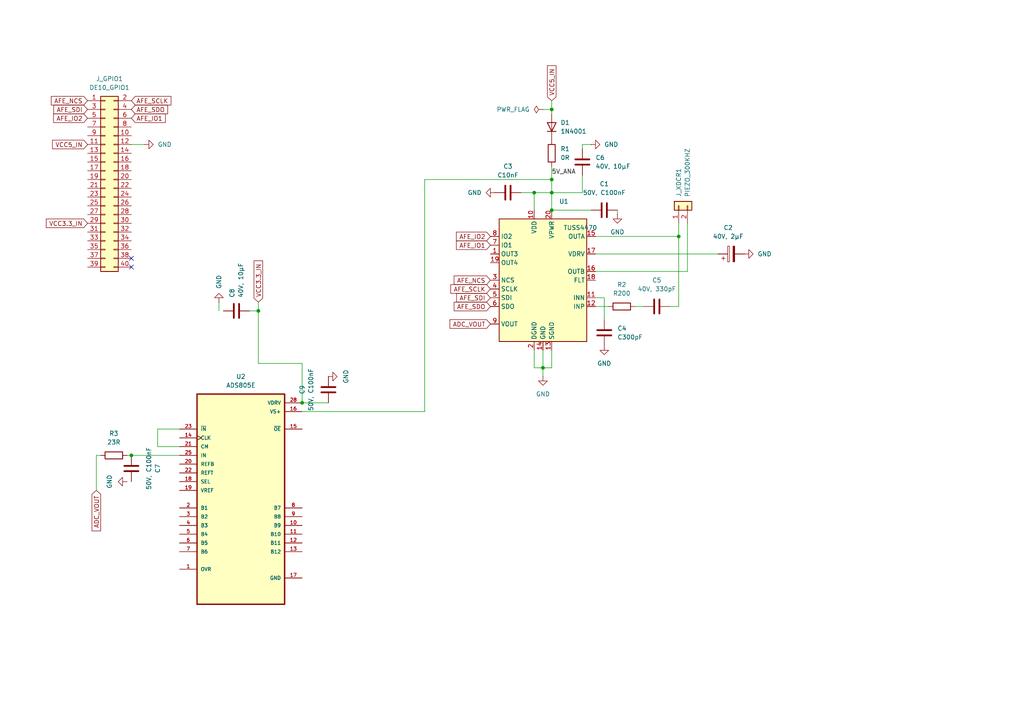
<source format=kicad_sch>
(kicad_sch (version 20250114) (generator "eeschema") (generator_version "9.0")
  (paper "A4")
  (lib_symbols
    (symbol "ADS805E:ADS805E" (pin_names (offset 1.016))
      (property "Reference" "U" (at -12.7 31.48 0))
      (property "Value" "ADS805E" (at -12.7 -34.48 0))
      (symbol "ADS805E_0_0"
        (rectangle (start -12.7 -30.48) (end 12.7 30.48) (stroke (width 0.41)) (fill (type background)))
        (pin input line (at -17.78 20.32 0) (length 5.08) (name "~{IN}") (number "23"))
        (pin input clock (at -17.78 17.78 0) (length 5.08) (name "CLK") (number "14"))
        (pin input line (at -17.78 15.24 0) (length 5.08) (name "CM") (number "21"))
        (pin input line (at -17.78 12.7 0) (length 5.08) (name "IN") (number "25"))
        (pin input line (at -17.78 10.16 0) (length 5.08) (name "REFB") (number "20"))
        (pin input line (at -17.78 7.62 0) (length 5.08) (name "REFT") (number "22"))
        (pin input line (at -17.78 5.08 0) (length 5.08) (name "SEL") (number "18"))
        (pin input line (at -17.78 2.54 0) (length 5.08) (name "VREF") (number "19"))
        (pin bidirectional line (at -17.78 -2.54 0) (length 5.08) (name "B1") (number "2"))
        (pin bidirectional line (at -17.78 -5.08 0) (length 5.08) (name "B2") (number "3"))
        (pin bidirectional line (at -17.78 -7.62 0) (length 5.08) (name "B3") (number "4"))
        (pin bidirectional line (at -17.78 -10.16 0) (length 5.08) (name "B4") (number "5"))
        (pin bidirectional line (at -17.78 -12.7 0) (length 5.08) (name "B5") (number "6"))
        (pin bidirectional line (at -17.78 -15.24 0) (length 5.08) (name "B6") (number "7"))
        (pin bidirectional line (at -17.78 -20.32 0) (length 5.08) (name "OVR") (number "1"))
        (pin power_in line (at 17.78 27.94 180) (length 5.08) (name "VDRV") (number "28"))
        (pin power_in line (at 17.78 25.4 180) (length 5.08) (name "VS+") (number "16"))
        (pin power_in line (at 17.78 25.4 180) (length 5.08) (hide yes) (name "VS+") (number "27"))
        (pin output line (at 17.78 20.32 180) (length 5.08) (name "~{OE}") (number "15"))
        (pin bidirectional line (at 17.78 -2.54 180) (length 5.08) (name "B7") (number "8"))
        (pin bidirectional line (at 17.78 -5.08 180) (length 5.08) (name "B8") (number "9"))
        (pin bidirectional line (at 17.78 -7.62 180) (length 5.08) (name "B9") (number "10"))
        (pin bidirectional line (at 17.78 -10.16 180) (length 5.08) (name "B10") (number "11"))
        (pin bidirectional line (at 17.78 -12.7 180) (length 5.08) (name "B11") (number "12"))
        (pin bidirectional line (at 17.78 -15.24 180) (length 5.08) (name "B12") (number "13"))
        (pin power_in line (at 17.78 -22.86 180) (length 5.08) (name "GND") (number "17"))
        (pin power_in line (at 17.78 -22.86 180) (length 5.08) (hide yes) (name "GND") (number "24"))
        (pin power_in line (at 17.78 -22.86 180) (length 5.08) (hide yes) (name "GND") (number "26"))
      )
    )
    (symbol "Connector_Generic:Conn_01x02" (pin_names (offset 1.016) (hide yes))
      (property "Reference" "J" (at 0 2.54 0))
      (property "Value" "Conn_01x02" (at 0 -5.08 0))
      (symbol "Conn_01x02_1_1"
        (rectangle (start -1.27 1.27) (end 1.27 -3.81) (stroke (width 0.254)) (fill (type background)))
        (rectangle (start -1.27 0.127) (end 0 -0.127) (stroke (width 0.1524)))
        (rectangle (start -1.27 -2.413) (end 0 -2.667) (stroke (width 0.1524)))
        (pin passive line (at -5.08 0 0) (length 3.81) (name "Pin_1") (number "1"))
        (pin passive line (at -5.08 -2.54 0) (length 3.81) (name "Pin_2") (number "2"))
      )
    )
    (symbol "Connector_Generic:Conn_02x20_Odd_Even" (pin_names (offset 1.016) (hide yes))
      (property "Reference" "J" (at 1.27 25.4 0))
      (property "Value" "Conn_02x20_Odd_Even" (at 1.27 -27.94 0))
      (symbol "Conn_02x20_Odd_Even_1_1"
        (rectangle (start -1.27 24.13) (end 3.81 -26.67) (stroke (width 0.254)) (fill (type background)))
        (rectangle (start -1.27 22.987) (end 0 22.733) (stroke (width 0.1524)))
        (rectangle (start -1.27 20.447) (end 0 20.193) (stroke (width 0.1524)))
        (rectangle (start -1.27 17.907) (end 0 17.653) (stroke (width 0.1524)))
        (rectangle (start -1.27 15.367) (end 0 15.113) (stroke (width 0.1524)))
        (rectangle (start -1.27 12.827) (end 0 12.573) (stroke (width 0.1524)))
        (rectangle (start -1.27 10.287) (end 0 10.033) (stroke (width 0.1524)))
        (rectangle (start -1.27 7.747) (end 0 7.493) (stroke (width 0.1524)))
        (rectangle (start -1.27 5.207) (end 0 4.953) (stroke (width 0.1524)))
        (rectangle (start -1.27 2.667) (end 0 2.413) (stroke (width 0.1524)))
        (rectangle (start -1.27 0.127) (end 0 -0.127) (stroke (width 0.1524)))
        (rectangle (start -1.27 -2.413) (end 0 -2.667) (stroke (width 0.1524)))
        (rectangle (start -1.27 -4.953) (end 0 -5.207) (stroke (width 0.1524)))
        (rectangle (start -1.27 -7.493) (end 0 -7.747) (stroke (width 0.1524)))
        (rectangle (start -1.27 -10.033) (end 0 -10.287) (stroke (width 0.1524)))
        (rectangle (start -1.27 -12.573) (end 0 -12.827) (stroke (width 0.1524)))
        (rectangle (start -1.27 -15.113) (end 0 -15.367) (stroke (width 0.1524)))
        (rectangle (start -1.27 -17.653) (end 0 -17.907) (stroke (width 0.1524)))
        (rectangle (start -1.27 -20.193) (end 0 -20.447) (stroke (width 0.1524)))
        (rectangle (start -1.27 -22.733) (end 0 -22.987) (stroke (width 0.1524)))
        (rectangle (start -1.27 -25.273) (end 0 -25.527) (stroke (width 0.1524)))
        (rectangle (start 3.81 22.987) (end 2.54 22.733) (stroke (width 0.1524)))
        (rectangle (start 3.81 20.447) (end 2.54 20.193) (stroke (width 0.1524)))
        (rectangle (start 3.81 17.907) (end 2.54 17.653) (stroke (width 0.1524)))
        (rectangle (start 3.81 15.367) (end 2.54 15.113) (stroke (width 0.1524)))
        (rectangle (start 3.81 12.827) (end 2.54 12.573) (stroke (width 0.1524)))
        (rectangle (start 3.81 10.287) (end 2.54 10.033) (stroke (width 0.1524)))
        (rectangle (start 3.81 7.747) (end 2.54 7.493) (stroke (width 0.1524)))
        (rectangle (start 3.81 5.207) (end 2.54 4.953) (stroke (width 0.1524)))
        (rectangle (start 3.81 2.667) (end 2.54 2.413) (stroke (width 0.1524)))
        (rectangle (start 3.81 0.127) (end 2.54 -0.127) (stroke (width 0.1524)))
        (rectangle (start 3.81 -2.413) (end 2.54 -2.667) (stroke (width 0.1524)))
        (rectangle (start 3.81 -4.953) (end 2.54 -5.207) (stroke (width 0.1524)))
        (rectangle (start 3.81 -7.493) (end 2.54 -7.747) (stroke (width 0.1524)))
        (rectangle (start 3.81 -10.033) (end 2.54 -10.287) (stroke (width 0.1524)))
        (rectangle (start 3.81 -12.573) (end 2.54 -12.827) (stroke (width 0.1524)))
        (rectangle (start 3.81 -15.113) (end 2.54 -15.367) (stroke (width 0.1524)))
        (rectangle (start 3.81 -17.653) (end 2.54 -17.907) (stroke (width 0.1524)))
        (rectangle (start 3.81 -20.193) (end 2.54 -20.447) (stroke (width 0.1524)))
        (rectangle (start 3.81 -22.733) (end 2.54 -22.987) (stroke (width 0.1524)))
        (rectangle (start 3.81 -25.273) (end 2.54 -25.527) (stroke (width 0.1524)))
        (pin passive line (at -5.08 22.86 0) (length 3.81) (name "Pin_1") (number "1"))
        (pin passive line (at -5.08 20.32 0) (length 3.81) (name "Pin_3") (number "3"))
        (pin passive line (at -5.08 17.78 0) (length 3.81) (name "Pin_5") (number "5"))
        (pin passive line (at -5.08 15.24 0) (length 3.81) (name "Pin_7") (number "7"))
        (pin passive line (at -5.08 12.7 0) (length 3.81) (name "Pin_9") (number "9"))
        (pin passive line (at -5.08 10.16 0) (length 3.81) (name "Pin_11") (number "11"))
        (pin passive line (at -5.08 7.62 0) (length 3.81) (name "Pin_13") (number "13"))
        (pin passive line (at -5.08 5.08 0) (length 3.81) (name "Pin_15") (number "15"))
        (pin passive line (at -5.08 2.54 0) (length 3.81) (name "Pin_17") (number "17"))
        (pin passive line (at -5.08 0 0) (length 3.81) (name "Pin_19") (number "19"))
        (pin passive line (at -5.08 -2.54 0) (length 3.81) (name "Pin_21") (number "21"))
        (pin passive line (at -5.08 -5.08 0) (length 3.81) (name "Pin_23") (number "23"))
        (pin passive line (at -5.08 -7.62 0) (length 3.81) (name "Pin_25") (number "25"))
        (pin passive line (at -5.08 -10.16 0) (length 3.81) (name "Pin_27") (number "27"))
        (pin passive line (at -5.08 -12.7 0) (length 3.81) (name "Pin_29") (number "29"))
        (pin passive line (at -5.08 -15.24 0) (length 3.81) (name "Pin_31") (number "31"))
        (pin passive line (at -5.08 -17.78 0) (length 3.81) (name "Pin_33") (number "33"))
        (pin passive line (at -5.08 -20.32 0) (length 3.81) (name "Pin_35") (number "35"))
        (pin passive line (at -5.08 -22.86 0) (length 3.81) (name "Pin_37") (number "37"))
        (pin passive line (at -5.08 -25.4 0) (length 3.81) (name "Pin_39") (number "39"))
        (pin passive line (at 7.62 22.86 180) (length 3.81) (name "Pin_2") (number "2"))
        (pin passive line (at 7.62 20.32 180) (length 3.81) (name "Pin_4") (number "4"))
        (pin passive line (at 7.62 17.78 180) (length 3.81) (name "Pin_6") (number "6"))
        (pin passive line (at 7.62 15.24 180) (length 3.81) (name "Pin_8") (number "8"))
        (pin passive line (at 7.62 12.7 180) (length 3.81) (name "Pin_10") (number "10"))
        (pin passive line (at 7.62 10.16 180) (length 3.81) (name "Pin_12") (number "12"))
        (pin passive line (at 7.62 7.62 180) (length 3.81) (name "Pin_14") (number "14"))
        (pin passive line (at 7.62 5.08 180) (length 3.81) (name "Pin_16") (number "16"))
        (pin passive line (at 7.62 2.54 180) (length 3.81) (name "Pin_18") (number "18"))
        (pin passive line (at 7.62 0 180) (length 3.81) (name "Pin_20") (number "20"))
        (pin passive line (at 7.62 -2.54 180) (length 3.81) (name "Pin_22") (number "22"))
        (pin passive line (at 7.62 -5.08 180) (length 3.81) (name "Pin_24") (number "24"))
        (pin passive line (at 7.62 -7.62 180) (length 3.81) (name "Pin_26") (number "26"))
        (pin passive line (at 7.62 -10.16 180) (length 3.81) (name "Pin_28") (number "28"))
        (pin passive line (at 7.62 -12.7 180) (length 3.81) (name "Pin_30") (number "30"))
        (pin passive line (at 7.62 -15.24 180) (length 3.81) (name "Pin_32") (number "32"))
        (pin passive line (at 7.62 -17.78 180) (length 3.81) (name "Pin_34") (number "34"))
        (pin passive line (at 7.62 -20.32 180) (length 3.81) (name "Pin_36") (number "36"))
        (pin passive line (at 7.62 -22.86 180) (length 3.81) (name "Pin_38") (number "38"))
        (pin passive line (at 7.62 -25.4 180) (length 3.81) (name "Pin_40") (number "40"))
      )
    )
    (symbol "Device:C" (pin_numbers (hide yes)) (pin_names (offset 0.254))
      (property "Reference" "C" (at 0.635 2.54 0))
      (property "Value" "C" (at 0.635 -2.54 0))
      (symbol "C_0_1"
        (polyline (pts (xy -2.032 0.762) (xy 2.032 0.762)) (stroke (width 0.508)))
        (polyline (pts (xy -2.032 -0.762) (xy 2.032 -0.762)) (stroke (width 0.508)))
      )
      (symbol "C_1_1"
        (pin passive line (at 0 3.81 270) (length 2.794) (name "~") (number "1"))
        (pin passive line (at 0 -3.81 90) (length 2.794) (name "~") (number "2"))
      )
    )
    (symbol "Device:C_Polarized" (pin_numbers (hide yes)) (pin_names (offset 0.254))
      (property "Reference" "C" (at 0.635 2.54 0))
      (property "Value" "C_Polarized" (at 0.635 -2.54 0))
      (symbol "C_Polarized_0_1"
        (rectangle (start -2.286 0.508) (end 2.286 1.016))
        (polyline (pts (xy -1.778 2.286) (xy -0.762 2.286)))
        (polyline (pts (xy -1.27 2.794) (xy -1.27 1.778)))
        (rectangle (start 2.286 -0.508) (end -2.286 -1.016) (fill (type outline)))
      )
      (symbol "C_Polarized_1_1"
        (pin passive line (at 0 3.81 270) (length 2.794) (name "~") (number "1"))
        (pin passive line (at 0 -3.81 90) (length 2.794) (name "~") (number "2"))
      )
    )
    (symbol "Device:R" (pin_numbers (hide yes)) (pin_names (offset 0))
      (property "Reference" "R" (at 2.032 0 90))
      (property "Value" "R" (at 0 0 90))
      (symbol "R_0_1"
        (rectangle (start -1.016 -2.54) (end 1.016 2.54) (stroke (width 0.254)))
      )
      (symbol "R_1_1"
        (pin passive line (at 0 3.81 270) (length 1.27) (name "~") (number "1"))
        (pin passive line (at 0 -3.81 90) (length 1.27) (name "~") (number "2"))
      )
    )
    (symbol "Diode:1N4001" (pin_numbers (hide yes)) (pin_names (hide yes))
      (property "Reference" "D" (at 0 2.54 0))
      (property "Value" "1N4001" (at 0 -2.54 0))
      (symbol "1N4001_0_1"
        (polyline (pts (xy -1.27 1.27) (xy -1.27 -1.27)) (stroke (width 0.254)))
        (polyline (pts (xy 1.27 1.27) (xy 1.27 -1.27) (xy -1.27 0) (xy 1.27 1.27)) (stroke (width 0.254)))
        (polyline (pts (xy 1.27 0) (xy -1.27 0)))
      )
      (symbol "1N4001_1_1"
        (pin passive line (at -3.81 0 0) (length 2.54) (name "K") (number "1"))
        (pin passive line (at 3.81 0 180) (length 2.54) (name "A") (number "2"))
      )
    )
    (symbol "TUSS4470:TUSS4470"
      (property "Reference" "U" (at 8.89 25.4 0))
      (property "Value" "TUSS4470" (at 10.16 22.352 0))
      (symbol "TUSS4470_1_1"
        (rectangle (start -12.7 20.32) (end 12.7 -15.24) (stroke (width 0.254)) (fill (type background)))
        (pin input line (at -15.24 15.24 0) (length 2.54) (name "IO2") (number "8"))
        (pin input line (at -15.24 12.7 0) (length 2.54) (name "IO1") (number "7"))
        (pin output line (at -15.24 10.16 0) (length 2.54) (name "OUT3") (number "1"))
        (pin output line (at -15.24 7.62 0) (length 2.54) (name "OUT4") (number "19"))
        (pin input line (at -15.24 2.54 0) (length 2.54) (name "NCS") (number "3"))
        (pin input line (at -15.24 0 0) (length 2.54) (name "SCLK") (number "4"))
        (pin input line (at -15.24 -2.54 0) (length 2.54) (name "SDI") (number "5"))
        (pin output line (at -15.24 -5.08 0) (length 2.54) (name "SDO") (number "6"))
        (pin output line (at -15.24 -10.16 0) (length 2.54) (name "VOUT") (number "9"))
        (pin power_in line (at -2.54 22.86 270) (length 2.54) (name "VDD") (number "10"))
        (pin power_in line (at -2.54 -17.78 90) (length 2.54) (name "DGND") (number "2"))
        (pin power_in line (at 0 -17.78 90) (length 2.54) (name "GND") (number "14"))
        (pin power_in line (at 2.54 22.86 270) (length 2.54) (name "VPWR") (number "20"))
        (pin power_in line (at 2.54 -17.78 90) (length 2.54) (name "SGND") (number "13"))
        (pin output line (at 15.24 15.24 180) (length 2.54) (name "OUTA") (number "15"))
        (pin power_in line (at 15.24 10.16 180) (length 2.54) (name "VDRV") (number "17"))
        (pin output line (at 15.24 5.08 180) (length 2.54) (name "OUTB") (number "16"))
        (pin bidirectional line (at 15.24 2.54 180) (length 2.54) (name "FLT") (number "18"))
        (pin input line (at 15.24 -2.54 180) (length 2.54) (name "INN") (number "11"))
        (pin input line (at 15.24 -5.08 180) (length 2.54) (name "INP") (number "12"))
      )
    )
    (symbol "power:GND" (power) (pin_numbers (hide yes)) (pin_names (offset 0) (hide yes))
      (property "Value" "GND" (at 0 -3.81 0))
      (symbol "GND_0_1"
        (polyline (pts (xy 0 0) (xy 0 -1.27) (xy 1.27 -1.27) (xy 0 -2.54) (xy -1.27 -1.27) (xy 0 -1.27)))
      )
      (symbol "GND_1_1"
        (pin power_in line (at 0 0 270) (length 0) (name "~") (number "1"))
      )
    )
    (symbol "power:PWR_FLAG" (power) (pin_numbers (hide yes)) (pin_names (offset 0) (hide yes))
      (property "Value" "PWR_FLAG" (at 0 3.81 0))
      (symbol "PWR_FLAG_0_0"
        (pin power_out line (at 0 0 90) (length 0) (name "~") (number "1"))
      )
      (symbol "PWR_FLAG_0_1"
        (polyline (pts (xy 0 0) (xy 0 1.27) (xy -1.016 1.905) (xy 0 2.54) (xy 1.016 1.905) (xy 0 1.27)))
      )
    )
  )
  (junction (at 154.94 55.88))
  (junction (at 74.93 90.17))
  (junction (at 196.85 68.58))
  (junction (at 160.02 60.96))
  (junction (at 87.63 116.84))
  (junction (at 157.48 106.68))
  (junction (at 160.02 31.75))
  (junction (at 38.1 132.08))
  (junction (at 160.02 52.07))
  (junction (at 160.02 55.88))
  (no_connect (at 38.1 77.47))
  (no_connect (at 38.1 74.93))
  (wire (pts (xy 194.31 88.9) (xy 196.85 88.9)))
  (wire (pts (xy 36.83 132.08) (xy 38.1 132.08)))
  (wire (pts (xy 87.63 116.84) (xy 95.25 116.84)))
  (wire (pts (xy 160.02 60.96) (xy 160.02 55.88)))
  (wire (pts (xy 123.19 52.07) (xy 123.19 119.38)))
  (wire (pts (xy 160.02 52.07) (xy 160.02 55.88)))
  (wire (pts (xy 172.72 68.58) (xy 196.85 68.58)))
  (wire (pts (xy 179.07 62.23) (xy 179.07 60.96)))
  (wire (pts (xy 196.85 68.58) (xy 196.85 88.9)))
  (wire (pts (xy 157.48 106.68) (xy 157.48 109.22)))
  (wire (pts (xy 172.72 73.66) (xy 208.28 73.66)))
  (wire (pts (xy 154.94 106.68) (xy 157.48 106.68)))
  (wire (pts (xy 160.02 29.21) (xy 160.02 31.75)))
  (wire (pts (xy 87.63 105.41) (xy 87.63 116.84)))
  (wire (pts (xy 184.15 88.9) (xy 186.69 88.9)))
  (wire (pts (xy 123.19 119.38) (xy 87.63 119.38)))
  (wire (pts (xy 199.39 64.77) (xy 199.39 78.74)))
  (wire (pts (xy 87.63 105.41) (xy 74.93 105.41)))
  (wire (pts (xy 160.02 48.26) (xy 160.02 52.07)))
  (wire (pts (xy 38.1 41.91) (xy 41.91 41.91)))
  (wire (pts (xy 157.48 31.75) (xy 160.02 31.75)))
  (wire (pts (xy 196.85 64.77) (xy 196.85 68.58)))
  (wire (pts (xy 63.5 90.17) (xy 63.5 87.63)))
  (wire (pts (xy 160.02 55.88) (xy 168.91 55.88)))
  (wire (pts (xy 38.1 132.08) (xy 52.07 132.08)))
  (wire (pts (xy 160.02 52.07) (xy 123.19 52.07)))
  (wire (pts (xy 168.91 43.18) (xy 168.91 41.91)))
  (wire (pts (xy 151.13 55.88) (xy 154.94 55.88)))
  (wire (pts (xy 160.02 60.96) (xy 171.45 60.96)))
  (wire (pts (xy 160.02 55.88) (xy 154.94 55.88)))
  (wire (pts (xy 52.07 124.46) (xy 45.72 124.46)))
  (wire (pts (xy 72.39 90.17) (xy 74.93 90.17)))
  (wire (pts (xy 157.48 101.6) (xy 157.48 106.68)))
  (wire (pts (xy 45.72 124.46) (xy 45.72 129.54)))
  (wire (pts (xy 154.94 55.88) (xy 154.94 60.96)))
  (wire (pts (xy 74.93 87.63) (xy 74.93 90.17)))
  (wire (pts (xy 168.91 55.88) (xy 168.91 50.8)))
  (wire (pts (xy 168.91 41.91) (xy 171.45 41.91)))
  (wire (pts (xy 160.02 31.75) (xy 160.02 33.02)))
  (wire (pts (xy 157.48 106.68) (xy 160.02 106.68)))
  (wire (pts (xy 172.72 78.74) (xy 199.39 78.74)))
  (wire (pts (xy 27.94 142.24) (xy 27.94 132.08)))
  (wire (pts (xy 172.72 88.9) (xy 176.53 88.9)))
  (wire (pts (xy 45.72 129.54) (xy 52.07 129.54)))
  (wire (pts (xy 74.93 90.17) (xy 74.93 105.41)))
  (wire (pts (xy 172.72 86.36) (xy 175.26 86.36)))
  (wire (pts (xy 154.94 101.6) (xy 154.94 106.68)))
  (wire (pts (xy 160.02 101.6) (xy 160.02 106.68)))
  (wire (pts (xy 27.94 132.08) (xy 29.21 132.08)))
  (wire (pts (xy 175.26 86.36) (xy 175.26 92.71)))
  (label "5V_ANA" (at 160.02 50.8 0))
  (global_label "AFE_SDO" (shape input) (at 38.1 31.75 0) (property "Intersheetrefs" "${INTERSHEET_REFS}" (effects (hide yes))))
  (global_label "AFE_SCLK" (shape input) (at 142.24 83.82 180) (property "Intersheetrefs" "${INTERSHEET_REFS}" (effects (hide yes))))
  (global_label "AFE_IO2" (shape input) (at 142.24 68.58 180) (property "Intersheetrefs" "${INTERSHEET_REFS}" (effects (hide yes))))
  (global_label "AFE_NCS" (shape input) (at 25.4 29.21 180) (property "Intersheetrefs" "${INTERSHEET_REFS}" (effects (hide yes))))
  (global_label "ADC_VOUT" (shape input) (at 142.24 93.98 180) (property "Intersheetrefs" "${INTERSHEET_REFS}" (effects (hide yes))))
  (global_label "AFE_IO1" (shape input) (at 142.24 71.12 180) (property "Intersheetrefs" "${INTERSHEET_REFS}" (effects (hide yes))))
  (global_label "VCC3.3_IN" (shape input) (at 74.93 87.63 90) (property "Intersheetrefs" "${INTERSHEET_REFS}" (effects (hide yes))))
  (global_label "AFE_SCLK" (shape input) (at 38.1 29.21 0) (property "Intersheetrefs" "${INTERSHEET_REFS}" (effects (hide yes))))
  (global_label "AFE_IO2" (shape input) (at 25.4 34.29 180) (property "Intersheetrefs" "${INTERSHEET_REFS}" (effects (hide yes))))
  (global_label "VCC5_IN" (shape input) (at 160.02 29.21 90) (property "Intersheetrefs" "${INTERSHEET_REFS}" (effects (hide yes))))
  (global_label "ADC_VOUT" (shape input) (at 27.94 142.24 270) (property "Intersheetrefs" "${INTERSHEET_REFS}" (effects (hide yes))))
  (global_label "AFE_IO1" (shape input) (at 38.1 34.29 0) (property "Intersheetrefs" "${INTERSHEET_REFS}" (effects (hide yes))))
  (global_label "AFE_SDI" (shape input) (at 25.4 31.75 180) (property "Intersheetrefs" "${INTERSHEET_REFS}" (effects (hide yes))))
  (global_label "AFE_SDO" (shape input) (at 142.24 88.9 180) (property "Intersheetrefs" "${INTERSHEET_REFS}" (effects (hide yes))))
  (global_label "VCC3.3_IN" (shape input) (at 25.4 64.77 180) (property "Intersheetrefs" "${INTERSHEET_REFS}" (effects (hide yes))))
  (global_label "VCC5_IN" (shape input) (at 25.4 41.91 180) (property "Intersheetrefs" "${INTERSHEET_REFS}" (effects (hide yes))))
  (global_label "AFE_NCS" (shape input) (at 142.24 81.28 180) (property "Intersheetrefs" "${INTERSHEET_REFS}" (effects (hide yes))))
  (global_label "AFE_SDI" (shape input) (at 142.24 86.36 180) (property "Intersheetrefs" "${INTERSHEET_REFS}" (effects (hide yes))))
  (symbol (lib_id "Device:C") (at 175.26 60.96 90) (unit 1)
    (property "Reference" "C1" (at 175.26 53.34 90))
    (property "Value" "50V, C100nF" (at 175.26 55.88 90))
    (property "Footprint" "Capacitor_SMD:C_0603_1608Metric" (effects (hide yes)))
    (property "Description" "Unpolarized capacitor" (effects (hide yes)))
  )
  (symbol (lib_id "Device:C") (at 68.58 90.17 270) (unit 1)
    (property "Reference" "C8" (at 67.3099 86.36 0) (effects (justify right)))
    (property "Value" "40V, 10µF" (at 69.8499 86.36 0) (effects (justify right)))
    (property "Footprint" "Capacitor_SMD:C_0603_1608Metric" (effects (hide yes)))
    (property "Description" "Unpolarized capacitor" (effects (hide yes)))
  )
  (symbol (lib_id "Device:C") (at 95.25 113.03 180) (unit 1)
    (property "Reference" "C9" (at 87.63 113.03 90))
    (property "Value" "50V, C100nF" (at 90.17 113.03 90))
    (property "Footprint" "Capacitor_SMD:C_0603_1608Metric" (effects (hide yes)))
    (property "Description" "Unpolarized capacitor" (effects (hide yes)))
  )
  (symbol (lib_id "Device:C") (at 190.5 88.9 270) (unit 1)
    (property "Reference" "C5" (at 190.5 81.28 90))
    (property "Value" "40V, 330pF" (at 190.5 83.82 90))
    (property "Footprint" "Capacitor_SMD:C_0603_1608Metric" (effects (hide yes)))
    (property "Description" "Unpolarized capacitor" (effects (hide yes)))
    (property "LCSC" "C1664" (effects (hide yes)))
  )
  (symbol (lib_id "Device:R") (at 160.02 44.45 0) (unit 1)
    (property "Reference" "R1" (at 162.56 43.1799 0) (effects (justify left)))
    (property "Value" "0R" (at 162.56 45.7199 0) (effects (justify left)))
    (property "Footprint" "Resistor_SMD:R_1206_3216Metric" (effects (hide yes)))
    (property "Description" "Resistor" (effects (hide yes)))
  )
  (symbol (lib_id "Connector_Generic:Conn_02x20_Odd_Even") (at 30.48 52.07 0) (unit 1)
    (property "Reference" "J_GPIO1" (at 31.75 22.86 0))
    (property "Value" "DE10_GPIO1" (at 31.75 25.4 0))
    (property "Description" "Generic connector, double row, 02x20, odd/even pin numbering scheme (row 1 odd numbers, row 2 even numbers), script generated (kicad-library-utils/schlib/autogen/connector/)" (effects (hide yes)))
  )
  (symbol (lib_id "Device:C") (at 168.91 46.99 180) (unit 1)
    (property "Reference" "C6" (at 172.72 45.7199 0) (effects (justify right)))
    (property "Value" "40V, 10µF" (at 172.72 48.2599 0) (effects (justify right)))
    (property "Footprint" "Capacitor_SMD:C_0603_1608Metric" (effects (hide yes)))
    (property "Description" "Unpolarized capacitor" (effects (hide yes)))
  )
  (symbol (lib_id "power:GND") (at 36.83 139.7 270) (unit 1)
    (property "Reference" "#PWR07" (effects (hide yes)))
    (property "Value" "GND" (at 31.75 139.7 0))
    (property "Description" "Power symbol creates a global label with name \"GND\" , ground" (effects (hide yes)))
  )
  (symbol (lib_id "power:GND") (at 171.45 41.91 90) (unit 1)
    (property "Reference" "#PWR06" (effects (hide yes)))
    (property "Value" "GND" (at 175.26 41.9099 90) (effects (justify right)))
    (property "Description" "Power symbol creates a global label with name \"GND\" , ground" (effects (hide yes)))
  )
  (symbol (lib_id "Device:R") (at 180.34 88.9 90) (unit 1)
    (property "Reference" "R2" (at 180.34 82.55 90))
    (property "Value" "R200" (at 180.34 85.09 90))
    (property "Footprint" "Resistor_SMD:R_1206_3216Metric" (effects (hide yes)))
    (property "Description" "Resistor" (effects (hide yes)))
    (property "LCSC" "C18002" (effects (hide yes)))
  )
  (symbol (lib_id "Device:C") (at 38.1 135.89 0) (unit 1)
    (property "Reference" "C7" (at 45.72 135.89 90))
    (property "Value" "50V, C100nF" (at 43.18 135.89 90))
    (property "Footprint" "Capacitor_SMD:C_0603_1608Metric" (effects (hide yes)))
    (property "Description" "Unpolarized capacitor" (effects (hide yes)))
  )
  (symbol (lib_id "power:GND") (at 41.91 41.91 90) (unit 1)
    (property "Reference" "#PWR04" (effects (hide yes)))
    (property "Value" "GND" (at 45.72 41.9099 90) (effects (justify right)))
    (property "Description" "Power symbol creates a global label with name \"GND\" , ground" (effects (hide yes)))
  )
  (symbol (lib_id "Connector_Generic:Conn_01x02") (at 196.85 59.69 90) (unit 1)
    (property "Reference" "J_XDCR1" (at 196.8499 57.15 0) (effects (justify left)))
    (property "Value" "PIEZO_300KHZ" (at 199.3899 57.15 0) (effects (justify left)))
    (property "Description" "Generic connector, single row, 01x02, script generated (kicad-library-utils/schlib/autogen/connector/)" (effects (hide yes)))
  )
  (symbol (lib_id "Device:C") (at 147.32 55.88 270) (unit 1)
    (property "Reference" "C3" (at 147.32 48.26 90))
    (property "Value" "C10nF" (at 147.32 50.8 90))
    (property "Description" "Unpolarized capacitor" (effects (hide yes)))
  )
  (symbol (lib_id "power:GND") (at 63.5 87.63 180) (unit 1)
    (property "Reference" "#PWR08" (effects (hide yes)))
    (property "Value" "GND" (at 63.4999 83.82 90) (effects (justify right)))
    (property "Description" "Power symbol creates a global label with name \"GND\" , ground" (effects (hide yes)))
  )
  (symbol (lib_id "Device:R") (at 33.02 132.08 90) (unit 1)
    (property "Reference" "R3" (at 33.02 125.73 90))
    (property "Value" "23R" (at 33.02 128.27 90))
    (property "Description" "Resistor" (effects (hide yes)))
  )
  (symbol (lib_id "power:GND") (at 215.9 73.66 90) (unit 1)
    (property "Reference" "#PWR03" (effects (hide yes)))
    (property "Value" "GND" (at 219.71 73.6599 90) (effects (justify right)))
    (property "Description" "Power symbol creates a global label with name \"GND\" , ground" (effects (hide yes)))
  )
  (symbol (lib_id "Diode:1N4001") (at 160.02 36.83 90) (unit 1)
    (property "Reference" "D1" (at 162.56 35.5599 90) (effects (justify right)))
    (property "Value" "1N4001" (at 162.56 38.0999 90) (effects (justify right)))
    (property "Footprint" "Diode_THT:D_DO-41_SOD81_P10.16mm_Horizontal" (effects (hide yes)))
    (property "Datasheet" "http://www.vishay.com/docs/88503/1n4001.pdf" (effects (hide yes)))
    (property "Description" "50V 1A General Purpose Rectifier Diode, DO-41" (effects (hide yes)))
    (property "Sim.Device" "D" (effects (hide yes)))
    (property "Sim.Pins" "1=K 2=A" (effects (hide yes)))
  )
  (symbol (lib_id "power:PWR_FLAG") (at 157.48 31.75 90) (unit 1)
    (property "Reference" "#FLG01" (effects (hide yes)))
    (property "Value" "PWR_FLAG" (at 153.67 31.7499 90) (effects (justify left)))
    (property "Description" "Special symbol for telling ERC where power comes from" (effects (hide yes)))
  )
  (symbol (lib_id "power:GND") (at 179.07 62.23 0) (unit 1)
    (property "Reference" "#PWR02" (effects (hide yes)))
    (property "Value" "GND" (at 179.07 67.31 0))
    (property "Description" "Power symbol creates a global label with name \"GND\" , ground" (effects (hide yes)))
  )
  (symbol (lib_id "Device:C") (at 175.26 96.52 0) (unit 1)
    (property "Reference" "C4" (at 179.07 95.2499 0) (effects (justify left)))
    (property "Value" "C300pF" (at 179.07 97.7899 0) (effects (justify left)))
    (property "Footprint" "Capacitor_SMD:C_0603_1608Metric" (effects (hide yes)))
    (property "Description" "Unpolarized capacitor" (effects (hide yes)))
    (property "LCSC" "C1602" (effects (hide yes)))
  )
  (symbol (lib_id "ADS805E:ADS805E") (at 69.85 144.78 0) (unit 1)
    (property "Reference" "U2" (at 69.85 109.22 0))
    (property "Value" "ADS805E" (at 69.85 111.76 0))
    (property "Footprint" "ADS805E:SOP65P780X200-28N" (effects (hide yes)))
    (property "MF" "Texas Instruments" (effects (hide yes)))
    (property "Description_1" "12-Bit, 20-MSPS Analog-to-Digital Converter (ADC)" (effects (hide yes)))
    (property "Package" "SSOP-28 Texas Instruments" (effects (hide yes)))
    (property "Price" "None" (effects (hide yes)))
    (property "SnapEDA_Link" "https://www.snapeda.com/parts/ADS805E/Texas+Instruments/view-part/?ref=snap" (effects (hide yes)))
    (property "MP" "ADS805E" (effects (hide yes)))
    (property "Availability" "In Stock" (effects (hide yes)))
    (property "Check_prices" "https://www.snapeda.com/parts/ADS805E/Texas+Instruments/view-part/?ref=eda" (effects (hide yes)))
  )
  (symbol (lib_id "power:GND") (at 95.25 109.22 90) (unit 1)
    (property "Reference" "#PWR09" (effects (hide yes)))
    (property "Value" "GND" (at 100.33 109.22 0))
    (property "Description" "Power symbol creates a global label with name \"GND\" , ground" (effects (hide yes)))
  )
  (symbol (lib_id "power:GND") (at 143.51 55.88 270) (unit 1)
    (property "Reference" "#PWR05" (effects (hide yes)))
    (property "Value" "GND" (at 139.7 55.8799 90) (effects (justify right)))
    (property "Description" "Power symbol creates a global label with name \"GND\" , ground" (effects (hide yes)))
  )
  (symbol (lib_id "Device:C_Polarized") (at 212.09 73.66 90) (unit 1)
    (property "Reference" "C2" (at 211.201 66.04 90))
    (property "Value" "40V, 2µF" (at 211.201 68.58 90))
    (property "Description" "Polarized capacitor" (effects (hide yes)))
  )
  (symbol (lib_id "TUSS4470:TUSS4470") (at 157.48 83.82 0) (unit 1)
    (property "Reference" "U1" (at 162.1633 58.42 0) (effects (justify left)))
    (property "Value" "TUSS4470" (at 163.4333 66.04 0) (effects (justify left)))
    (property "Footprint" "Package_DFN_QFN:Texas_RUK0020B_WQFN-20-1EP_3x3mm_P0.4mm_EP1.7x1.7mm_ThermalVias" (effects (hide yes)))
    (property "Datasheet" "https://www.ti.com/lit/ds/symlink/tuss4470.pdf" (effects (hide yes)))
    (property "Description" "Direct Drive Ultrasonic Sensor IC With Logarithmic Amplifier" (effects (hide yes)))
  )
  (symbol (lib_id "power:GND") (at 157.48 109.22 0) (unit 1)
    (property "Reference" "#PWR01" (effects (hide yes)))
    (property "Value" "GND" (at 157.48 114.3 0))
    (property "Description" "Power symbol creates a global label with name \"GND\" , ground" (effects (hide yes)))
  )
  (symbol (lib_id "power:GND") (at 175.26 100.33 0) (unit 1)
    (property "Reference" "#PWR010" (effects (hide yes)))
    (property "Value" "GND" (at 175.26 105.41 0))
    (property "Description" "Power symbol creates a global label with name \"GND\" , ground" (effects (hide yes)))
  )
)
</source>
